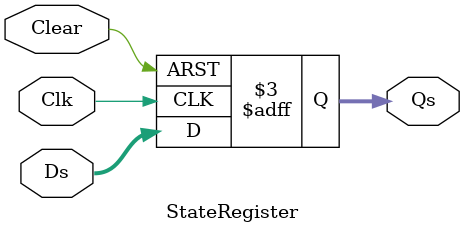
<source format=v>
module StateRegister(input [0:9] Ds, input Clk, input Clear, output reg [0:9] Qs);
    initial Qs <= 10'b0;
    always @ (posedge Clk or posedge Clear)
    begin
      if(Clear)
      begin
        Qs <= 10'b000000000;
      end
      else
        Qs <= Ds;
    end
endmodule
</source>
